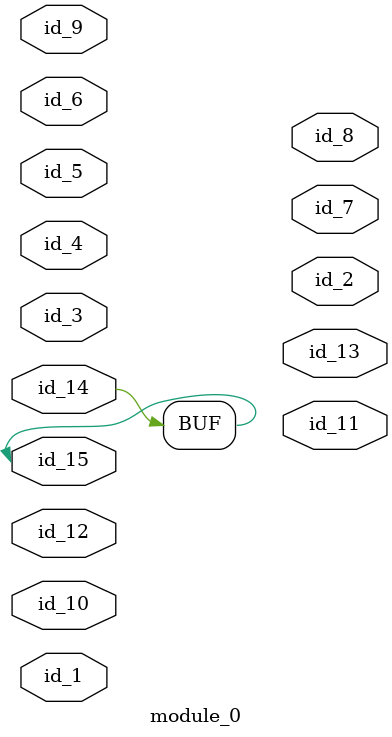
<source format=v>
module module_0 (
    id_1,
    id_2,
    id_3,
    id_4,
    id_5,
    id_6,
    id_7,
    id_8,
    id_9,
    id_10,
    id_11,
    id_12,
    id_13,
    id_14,
    id_15
);
  input id_15;
  input id_14;
  output id_13;
  input id_12;
  output id_11;
  input id_10;
  input id_9;
  output id_8;
  output id_7;
  input id_6;
  input id_5;
  input id_4;
  input id_3;
  output id_2;
  input id_1;
  assign id_14 = id_15;
endmodule

</source>
